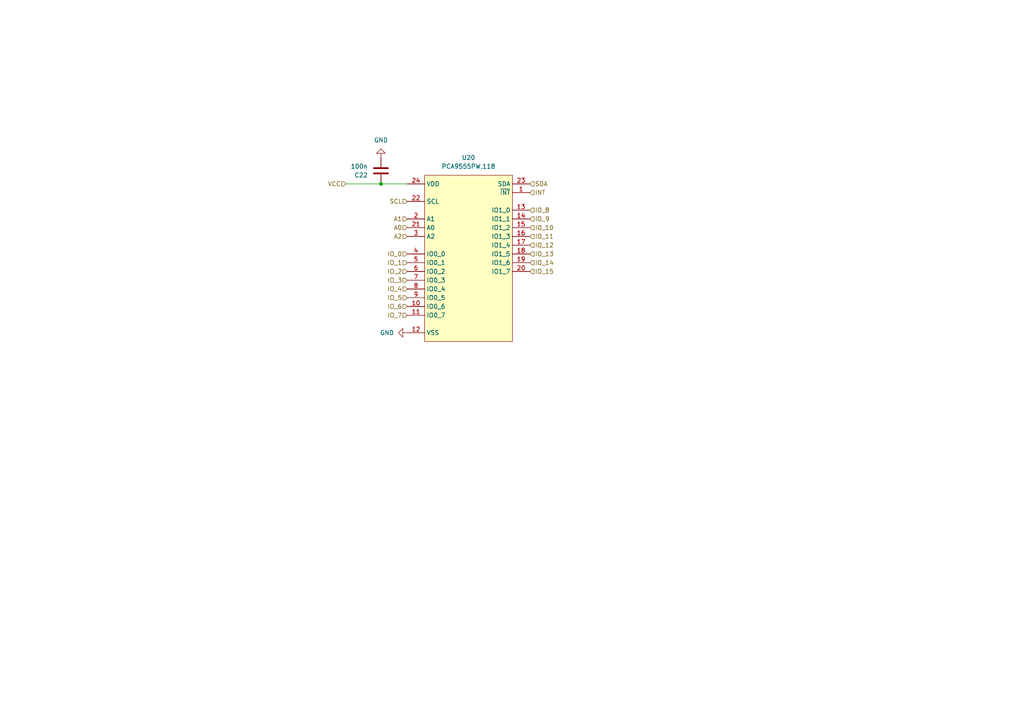
<source format=kicad_sch>
(kicad_sch (version 20250114) (generator "eeschema") (generator_version "9.0")
  (paper "A4")
  (lib_symbols
    (symbol "COMPONENTS:PCA9555PW,118"
      (property "Reference" "U" (at 0 26.67 0))
      (property "Value" "PCA9555PW,118" (at 0 -26.67 0))
      (symbol "PCA9555PW,118_0_1"
        (rectangle (start -12.7 24.13) (end 12.7 -24.13) (fill (type background)))
        (pin power_in line (at -17.78 21.59 0) (length 5.08) (name "VDD") (number "24"))
        (pin input line (at -17.78 16.51 0) (length 5.08) (name "SCL") (number "22"))
        (pin input line (at -17.78 11.43 0) (length 5.08) (name "A1") (number "2"))
        (pin input line (at -17.78 8.89 0) (length 5.08) (name "A0") (number "21"))
        (pin input line (at -17.78 6.35 0) (length 5.08) (name "A2") (number "3"))
        (pin unspecified line (at -17.78 1.27 0) (length 5.08) (name "IO0_0") (number "4"))
        (pin unspecified line (at -17.78 -1.27 0) (length 5.08) (name "IO0_1") (number "5"))
        (pin unspecified line (at -17.78 -3.81 0) (length 5.08) (name "IO0_2") (number "6"))
        (pin unspecified line (at -17.78 -6.35 0) (length 5.08) (name "IO0_3") (number "7"))
        (pin unspecified line (at -17.78 -8.89 0) (length 5.08) (name "IO0_4") (number "8"))
        (pin unspecified line (at -17.78 -11.43 0) (length 5.08) (name "IO0_5") (number "9"))
        (pin unspecified line (at -17.78 -13.97 0) (length 5.08) (name "IO0_6") (number "10"))
        (pin unspecified line (at -17.78 -16.51 0) (length 5.08) (name "IO0_7") (number "11"))
        (pin unspecified line (at -17.78 -21.59 0) (length 5.08) (name "VSS") (number "12"))
        (pin unspecified line (at 17.78 21.59 180) (length 5.08) (name "SDA") (number "23"))
        (pin output line (at 17.78 19.05 180) (length 5.08) (name "~{INT}") (number "1"))
        (pin unspecified line (at 17.78 13.97 180) (length 5.08) (name "IO1_0") (number "13"))
        (pin unspecified line (at 17.78 11.43 180) (length 5.08) (name "IO1_1") (number "14"))
        (pin unspecified line (at 17.78 8.89 180) (length 5.08) (name "IO1_2") (number "15"))
        (pin unspecified line (at 17.78 6.35 180) (length 5.08) (name "IO1_3") (number "16"))
        (pin unspecified line (at 17.78 3.81 180) (length 5.08) (name "IO1_4") (number "17"))
        (pin unspecified line (at 17.78 1.27 180) (length 5.08) (name "IO1_5") (number "18"))
        (pin unspecified line (at 17.78 -1.27 180) (length 5.08) (name "IO1_6") (number "19"))
        (pin unspecified line (at 17.78 -3.81 180) (length 5.08) (name "IO1_7") (number "20"))
      )
    )
    (symbol "Device:C" (pin_numbers (hide yes)) (pin_names (offset 0.254))
      (property "Reference" "C" (at 0.635 2.54 0))
      (property "Value" "C" (at 0.635 -2.54 0))
      (symbol "C_0_1"
        (polyline (pts (xy -2.032 0.762) (xy 2.032 0.762)) (stroke (width 0.508)))
        (polyline (pts (xy -2.032 -0.762) (xy 2.032 -0.762)) (stroke (width 0.508)))
      )
      (symbol "C_1_1"
        (pin passive line (at 0 3.81 270) (length 2.794) (name "~") (number "1"))
        (pin passive line (at 0 -3.81 90) (length 2.794) (name "~") (number "2"))
      )
    )
    (symbol "power:GND" (power) (pin_numbers (hide yes)) (pin_names (offset 0) (hide yes))
      (property "Value" "GND" (at 0 -3.81 0))
      (symbol "GND_0_1"
        (polyline (pts (xy 0 0) (xy 0 -1.27) (xy 1.27 -1.27) (xy 0 -2.54) (xy -1.27 -1.27) (xy 0 -1.27)))
      )
      (symbol "GND_1_1"
        (pin power_in line (at 0 0 270) (length 0) (name "~") (number "1"))
      )
    )
  )
  (junction (at 110.49 53.34))
  (wire (pts (xy 100.33 53.34) (xy 110.49 53.34)))
  (wire (pts (xy 110.49 53.34) (xy 118.11 53.34)))
  (hierarchical_label "IO_3" (shape input) (at 118.11 81.28 180))
  (hierarchical_label "IO_10" (shape input) (at 153.67 66.04 0))
  (hierarchical_label "IO_13" (shape input) (at 153.67 73.66 0))
  (hierarchical_label "IO_2" (shape input) (at 118.11 78.74 180))
  (hierarchical_label "IO_9" (shape input) (at 153.67 63.5 0))
  (hierarchical_label "IO_5" (shape input) (at 118.11 86.36 180))
  (hierarchical_label "IO_6" (shape input) (at 118.11 88.9 180))
  (hierarchical_label "VCC" (shape input) (at 100.33 53.34 180))
  (hierarchical_label "IO_15" (shape input) (at 153.67 78.74 0))
  (hierarchical_label "IO_8" (shape input) (at 153.67 60.96 0))
  (hierarchical_label "A1" (shape input) (at 118.11 63.5 180))
  (hierarchical_label "IO_7" (shape input) (at 118.11 91.44 180))
  (hierarchical_label "A2" (shape input) (at 118.11 68.58 180))
  (hierarchical_label "SCL" (shape input) (at 118.11 58.42 180))
  (hierarchical_label "IO_14" (shape input) (at 153.67 76.2 0))
  (hierarchical_label "IO_4" (shape input) (at 118.11 83.82 180))
  (hierarchical_label "IO_0" (shape input) (at 118.11 73.66 180))
  (hierarchical_label "IO_12" (shape input) (at 153.67 71.12 0))
  (hierarchical_label "SDA" (shape input) (at 153.67 53.34 0))
  (hierarchical_label "IO_11" (shape input) (at 153.67 68.58 0))
  (hierarchical_label "INT" (shape input) (at 153.67 55.88 0))
  (hierarchical_label "A0" (shape input) (at 118.11 66.04 180))
  (hierarchical_label "IO_1" (shape input) (at 118.11 76.2 180))
  (symbol (lib_id "COMPONENTS:PCA9555PW,118") (at 135.89 74.93 0) (unit 1)
    (property "Reference" "U7" (at 135.89 45.72 0))
    (property "Value" "PCA9555PW,118" (at 135.89 48.26 0))
    (property "Footprint" "COMPONENTS:TSSOP-24_L7.8-W4.4-P0.65-LS6.4-BL" (effects (hide yes)))
    (property "Datasheet" "https://lcsc.com/product-detail/I-O-Expansion_NXP_PCA9555PW-118_PCA9555PW-118_C128392.html" (effects (hide yes)))
    (property "LCSC Part" "C128392" (effects (hide yes)))
    (instances (project "Backplane" (path "" (reference "U20") (unit 1)) (path "" (reference "U7") (unit 1))))
  )
  (symbol (lib_id "power:GND") (at 118.11 96.52 270) (mirror x) (unit 1)
    (property "Reference" "#PWR099" (effects (hide yes)))
    (property "Value" "GND" (at 114.3 96.5199 90) (effects (justify right)))
    (property "Description" "Power symbol creates a global label with name \"GND\" , ground" (effects (hide yes)))
    (instances (project "Backplane" (path "" (reference "#PWR0146") (unit 1)) (path "" (reference "#PWR099") (unit 1))))
  )
  (symbol (lib_id "power:GND") (at 110.49 45.72 180) (unit 1)
    (property "Reference" "#PWR098" (effects (hide yes)))
    (property "Value" "GND" (at 110.49 40.64 0))
    (property "Description" "Power symbol creates a global label with name \"GND\" , ground" (effects (hide yes)))
    (instances (project "Backplane" (path "" (reference "#PWR0145") (unit 1)) (path "" (reference "#PWR098") (unit 1))))
  )
  (symbol (lib_id "Device:C") (at 110.49 49.53 180) (unit 1)
    (property "Reference" "C8" (at 106.68 50.8001 0) (effects (justify left)))
    (property "Value" "100n" (at 106.68 48.2601 0) (effects (justify left)))
    (property "Footprint" "Resistor_SMD:R_1206_3216Metric_Pad1.30x1.75mm_HandSolder" (effects (hide yes)))
    (property "Description" "Unpolarized capacitor" (effects (hide yes)))
    (instances (project "Backplane" (path "" (reference "C22") (unit 1)) (path "" (reference "C8") (unit 1))))
  )
)
</source>
